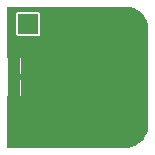
<source format=gbr>
G04 #@! TF.GenerationSoftware,KiCad,Pcbnew,7.0.2-0*
G04 #@! TF.CreationDate,2023-05-30T22:37:42-06:00*
G04 #@! TF.ProjectId,bias_T_launch_cpw,62696173-5f54-45f6-9c61-756e63685f63,rev?*
G04 #@! TF.SameCoordinates,Original*
G04 #@! TF.FileFunction,Copper,L2,Bot*
G04 #@! TF.FilePolarity,Positive*
%FSLAX46Y46*%
G04 Gerber Fmt 4.6, Leading zero omitted, Abs format (unit mm)*
G04 Created by KiCad (PCBNEW 7.0.2-0) date 2023-05-30 22:37:42*
%MOMM*%
%LPD*%
G01*
G04 APERTURE LIST*
G04 #@! TA.AperFunction,SMDPad,CuDef*
%ADD10R,1.117600X3.175000*%
G04 #@! TD*
G04 #@! TA.AperFunction,ComponentPad*
%ADD11C,0.600000*%
G04 #@! TD*
G04 #@! TA.AperFunction,ComponentPad*
%ADD12R,1.700000X1.700000*%
G04 #@! TD*
G04 #@! TA.AperFunction,ViaPad*
%ADD13C,0.600000*%
G04 #@! TD*
G04 APERTURE END LIST*
D10*
X-5400000Y0D03*
D11*
X-2413000Y4191000D03*
X-2413000Y3175000D03*
X-2413000Y2032000D03*
X-2413000Y1143000D03*
X-2286000Y-1143000D03*
X-1270000Y2032000D03*
X-1143000Y-1143000D03*
X0Y2032000D03*
X0Y1016000D03*
X0Y0D03*
X0Y-1143000D03*
X1143000Y-1143000D03*
X1270000Y2032000D03*
X2159000Y-1143000D03*
X2413000Y4191000D03*
X2413000Y3175000D03*
X2413000Y2032000D03*
X2413000Y1143000D03*
D12*
X-4200000Y4500000D03*
D13*
X-4450000Y-1510000D03*
X-5350000Y-1510000D03*
X-4450000Y1490000D03*
X-5350000Y1490000D03*
X-3550000Y-1510000D03*
X-3550000Y1490000D03*
X5100000Y1500000D03*
X5100000Y-1500000D03*
X3300000Y1500000D03*
X4200000Y1500000D03*
X3300000Y-1500000D03*
X4200000Y-1500000D03*
G04 #@! TA.AperFunction,Conductor*
G36*
X4002456Y5974339D02*
G01*
X4252805Y5957930D01*
X4262558Y5956646D01*
X4506205Y5908182D01*
X4515706Y5905636D01*
X4750938Y5825785D01*
X4760026Y5822021D01*
X4982832Y5712145D01*
X4991348Y5707228D01*
X5197903Y5569212D01*
X5205703Y5563227D01*
X5392476Y5399431D01*
X5399431Y5392476D01*
X5563227Y5205703D01*
X5569212Y5197903D01*
X5707227Y4991351D01*
X5712145Y4982832D01*
X5822021Y4760026D01*
X5825785Y4750938D01*
X5905636Y4515706D01*
X5908182Y4506205D01*
X5956646Y4262558D01*
X5957930Y4252805D01*
X5974339Y4002456D01*
X5974500Y3997538D01*
X5974500Y-3997538D01*
X5974339Y-4002456D01*
X5957930Y-4252805D01*
X5956646Y-4262558D01*
X5908182Y-4506205D01*
X5905636Y-4515706D01*
X5825785Y-4750938D01*
X5822021Y-4760026D01*
X5712145Y-4982832D01*
X5707228Y-4991348D01*
X5616107Y-5127722D01*
X5569216Y-5197899D01*
X5563227Y-5205703D01*
X5399431Y-5392476D01*
X5392476Y-5399431D01*
X5205703Y-5563227D01*
X5197903Y-5569212D01*
X5020493Y-5687755D01*
X4991351Y-5707227D01*
X4982832Y-5712145D01*
X4760026Y-5822021D01*
X4750938Y-5825785D01*
X4515706Y-5905636D01*
X4506205Y-5908182D01*
X4262558Y-5956646D01*
X4252805Y-5957930D01*
X4002456Y-5974339D01*
X3997538Y-5974500D01*
X-5899300Y-5974500D01*
X-5947638Y-5956907D01*
X-5973358Y-5912358D01*
X-5974500Y-5899300D01*
X-5974500Y-1662700D01*
X-5956907Y-1614362D01*
X-5912358Y-1588642D01*
X-5899300Y-1587500D01*
X-5654000Y-1587500D01*
X-5654000Y-254000D01*
X-5146000Y-254000D01*
X-5146000Y-1587500D01*
X-4841200Y-1587500D01*
X-4841200Y-1143000D01*
X-2441291Y-1143000D01*
X-2420486Y-1220645D01*
X-2363645Y-1277486D01*
X-2305746Y-1293000D01*
X-2266254Y-1293000D01*
X-2208355Y-1277486D01*
X-2151514Y-1220646D01*
X-2130709Y-1143000D01*
X-1298291Y-1143000D01*
X-1277486Y-1220645D01*
X-1220645Y-1277486D01*
X-1162746Y-1293000D01*
X-1123254Y-1293000D01*
X-1065355Y-1277486D01*
X-1008514Y-1220646D01*
X-987709Y-1143000D01*
X-155291Y-1143000D01*
X-134486Y-1220645D01*
X-77645Y-1277486D01*
X-19746Y-1293000D01*
X19746Y-1293000D01*
X77645Y-1277486D01*
X134486Y-1220646D01*
X155291Y-1143000D01*
X987709Y-1143000D01*
X1008514Y-1220645D01*
X1065355Y-1277486D01*
X1123254Y-1293000D01*
X1162746Y-1293000D01*
X1220645Y-1277486D01*
X1277486Y-1220646D01*
X1298291Y-1143000D01*
X1277486Y-1065355D01*
X1220645Y-1008514D01*
X1162746Y-993000D01*
X1123254Y-993000D01*
X1065355Y-1008514D01*
X1008514Y-1065354D01*
X987709Y-1143000D01*
X155291Y-1143000D01*
X134486Y-1065355D01*
X77645Y-1008514D01*
X19746Y-993000D01*
X-19746Y-993000D01*
X-77645Y-1008514D01*
X-134486Y-1065354D01*
X-155291Y-1143000D01*
X-987709Y-1143000D01*
X-1008514Y-1065355D01*
X-1065355Y-1008514D01*
X-1123254Y-993000D01*
X-1162746Y-993000D01*
X-1220645Y-1008514D01*
X-1277486Y-1065354D01*
X-1298291Y-1143000D01*
X-2130709Y-1143000D01*
X-2151514Y-1065355D01*
X-2208355Y-1008514D01*
X-2266254Y-993000D01*
X-2305746Y-993000D01*
X-2363645Y-1008514D01*
X-2420486Y-1065354D01*
X-2441291Y-1143000D01*
X-4841200Y-1143000D01*
X-4841200Y-254000D01*
X-5146000Y-254000D01*
X-5654000Y-254000D01*
X-5654000Y0D01*
X-155291Y0D01*
X-134486Y-77645D01*
X-77645Y-134486D01*
X-19746Y-150000D01*
X19746Y-150000D01*
X77645Y-134486D01*
X134486Y-77646D01*
X155291Y0D01*
X134486Y77645D01*
X77645Y134486D01*
X19746Y150000D01*
X-19746Y150000D01*
X-77645Y134486D01*
X-134486Y77646D01*
X-155291Y0D01*
X-5654000Y0D01*
X-5654000Y1587500D01*
X-5146000Y1587500D01*
X-5146000Y254000D01*
X-4841200Y254000D01*
X-4841200Y1143000D01*
X-2568291Y1143000D01*
X-2547486Y1065355D01*
X-2490645Y1008514D01*
X-2432746Y993000D01*
X-2393254Y993000D01*
X-2335355Y1008514D01*
X-2327869Y1016000D01*
X-155291Y1016000D01*
X-134486Y938355D01*
X-77645Y881514D01*
X-19746Y866000D01*
X19746Y866000D01*
X77645Y881514D01*
X134486Y938354D01*
X155291Y1016000D01*
X134486Y1093645D01*
X85131Y1143000D01*
X2257709Y1143000D01*
X2278514Y1065355D01*
X2335355Y1008514D01*
X2393254Y993000D01*
X2432746Y993000D01*
X2490645Y1008514D01*
X2547486Y1065354D01*
X2568291Y1143000D01*
X2547486Y1220645D01*
X2490645Y1277486D01*
X2432746Y1293000D01*
X2393254Y1293000D01*
X2335355Y1277486D01*
X2278514Y1220646D01*
X2257709Y1143000D01*
X85131Y1143000D01*
X77645Y1150486D01*
X19746Y1166000D01*
X-19746Y1166000D01*
X-77645Y1150486D01*
X-134486Y1093646D01*
X-155291Y1016000D01*
X-2327869Y1016000D01*
X-2278514Y1065354D01*
X-2257709Y1143000D01*
X-2278514Y1220645D01*
X-2335355Y1277486D01*
X-2393254Y1293000D01*
X-2432746Y1293000D01*
X-2490645Y1277486D01*
X-2547486Y1220646D01*
X-2568291Y1143000D01*
X-4841200Y1143000D01*
X-4841200Y1587500D01*
X-5146000Y1587500D01*
X-5654000Y1587500D01*
X-5899300Y1587500D01*
X-5947638Y1605093D01*
X-5973358Y1649642D01*
X-5974500Y1662700D01*
X-5974500Y2032000D01*
X-2568291Y2032000D01*
X-2547486Y1954355D01*
X-2490645Y1897514D01*
X-2432746Y1882000D01*
X-2393254Y1882000D01*
X-2335355Y1897514D01*
X-2278514Y1954354D01*
X-2257709Y2032000D01*
X-1425291Y2032000D01*
X-1404486Y1954355D01*
X-1347645Y1897514D01*
X-1289746Y1882000D01*
X-1250254Y1882000D01*
X-1192355Y1897514D01*
X-1135514Y1954354D01*
X-1114709Y2032000D01*
X-155291Y2032000D01*
X-134486Y1954355D01*
X-77645Y1897514D01*
X-19746Y1882000D01*
X19746Y1882000D01*
X77645Y1897514D01*
X134486Y1954354D01*
X155291Y2032000D01*
X1114709Y2032000D01*
X1135514Y1954355D01*
X1192355Y1897514D01*
X1250254Y1882000D01*
X1289746Y1882000D01*
X1347645Y1897514D01*
X1404486Y1954354D01*
X1425291Y2032000D01*
X2257709Y2032000D01*
X2278514Y1954355D01*
X2335355Y1897514D01*
X2393254Y1882000D01*
X2432746Y1882000D01*
X2490645Y1897514D01*
X2547486Y1954354D01*
X2568291Y2032000D01*
X2547486Y2109645D01*
X2490645Y2166486D01*
X2432746Y2182000D01*
X2393254Y2182000D01*
X2335355Y2166486D01*
X2278514Y2109646D01*
X2257709Y2032000D01*
X1425291Y2032000D01*
X1404486Y2109645D01*
X1347645Y2166486D01*
X1289746Y2182000D01*
X1250254Y2182000D01*
X1192355Y2166486D01*
X1135514Y2109646D01*
X1114709Y2032000D01*
X155291Y2032000D01*
X134486Y2109645D01*
X77645Y2166486D01*
X19746Y2182000D01*
X-19746Y2182000D01*
X-77645Y2166486D01*
X-134486Y2109646D01*
X-155291Y2032000D01*
X-1114709Y2032000D01*
X-1135514Y2109645D01*
X-1192355Y2166486D01*
X-1250254Y2182000D01*
X-1289746Y2182000D01*
X-1347645Y2166486D01*
X-1404486Y2109646D01*
X-1425291Y2032000D01*
X-2257709Y2032000D01*
X-2278514Y2109645D01*
X-2335355Y2166486D01*
X-2393254Y2182000D01*
X-2432746Y2182000D01*
X-2490645Y2166486D01*
X-2547486Y2109646D01*
X-2568291Y2032000D01*
X-5974500Y2032000D01*
X-5974500Y3175000D01*
X-2568291Y3175000D01*
X-2547486Y3097355D01*
X-2490645Y3040514D01*
X-2432746Y3025000D01*
X-2393254Y3025000D01*
X-2335355Y3040514D01*
X-2278514Y3097354D01*
X-2257709Y3175000D01*
X2257709Y3175000D01*
X2278514Y3097355D01*
X2335355Y3040514D01*
X2393254Y3025000D01*
X2432746Y3025000D01*
X2490645Y3040514D01*
X2547486Y3097354D01*
X2568291Y3175000D01*
X2547486Y3252645D01*
X2490645Y3309486D01*
X2432746Y3325000D01*
X2393254Y3325000D01*
X2335355Y3309486D01*
X2278514Y3252646D01*
X2257709Y3175000D01*
X-2257709Y3175000D01*
X-2278514Y3252645D01*
X-2335355Y3309486D01*
X-2393254Y3325000D01*
X-2432746Y3325000D01*
X-2490645Y3309486D01*
X-2547486Y3252646D01*
X-2568291Y3175000D01*
X-5974500Y3175000D01*
X-5974500Y5365057D01*
X-5202900Y5365057D01*
X-5202899Y3634944D01*
X-5194028Y3590342D01*
X-5194027Y3590341D01*
X-5160233Y3539765D01*
X-5109658Y3505971D01*
X-5065057Y3497100D01*
X-3334942Y3497100D01*
X-3290341Y3505972D01*
X-3239765Y3539766D01*
X-3205971Y3590341D01*
X-3197100Y3634942D01*
X-3197100Y4191000D01*
X-2568291Y4191000D01*
X-2547486Y4113355D01*
X-2490645Y4056514D01*
X-2432746Y4041000D01*
X-2393254Y4041000D01*
X-2335355Y4056514D01*
X-2278514Y4113354D01*
X-2257709Y4191000D01*
X2257709Y4191000D01*
X2278514Y4113355D01*
X2335355Y4056514D01*
X2393254Y4041000D01*
X2432746Y4041000D01*
X2490645Y4056514D01*
X2547486Y4113354D01*
X2568291Y4191000D01*
X2547486Y4268645D01*
X2490645Y4325486D01*
X2432746Y4341000D01*
X2393254Y4341000D01*
X2335355Y4325486D01*
X2278514Y4268646D01*
X2257709Y4191000D01*
X-2257709Y4191000D01*
X-2278514Y4268645D01*
X-2335355Y4325486D01*
X-2393254Y4341000D01*
X-2432746Y4341000D01*
X-2490645Y4325486D01*
X-2547486Y4268646D01*
X-2568291Y4191000D01*
X-3197100Y4191000D01*
X-3197100Y5365057D01*
X-3205972Y5409658D01*
X-3239766Y5460234D01*
X-3290341Y5494028D01*
X-3299212Y5495792D01*
X-3334943Y5502900D01*
X-5065056Y5502899D01*
X-5065057Y5502899D01*
X-5072456Y5501427D01*
X-5109658Y5494028D01*
X-5160234Y5460234D01*
X-5194028Y5409658D01*
X-5202900Y5365057D01*
X-5974500Y5365057D01*
X-5974500Y5899300D01*
X-5956907Y5947638D01*
X-5912358Y5973358D01*
X-5899300Y5974500D01*
X3991715Y5974500D01*
X3997538Y5974500D01*
X4002456Y5974339D01*
G37*
G04 #@! TD.AperFunction*
M02*

</source>
